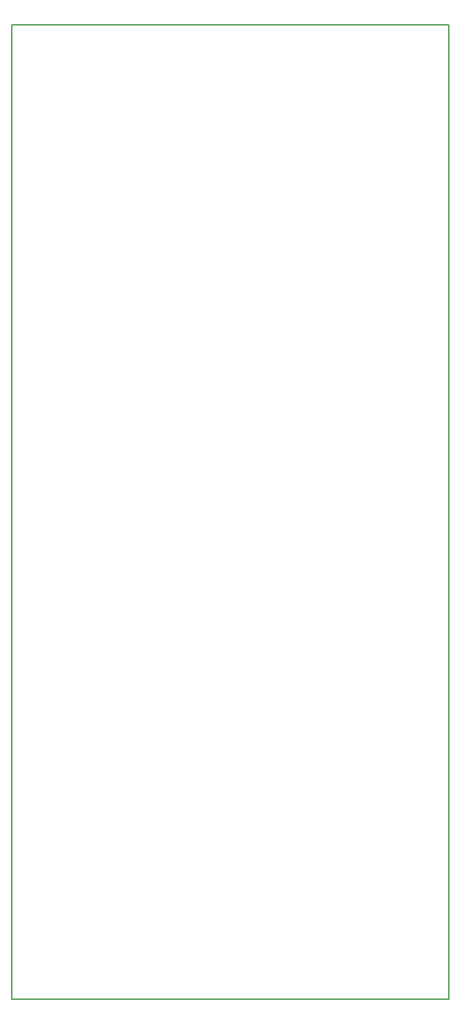
<source format=gbr>
G04 #@! TF.GenerationSoftware,KiCad,Pcbnew,(5.0.1-3-g963ef8bb5)*
G04 #@! TF.CreationDate,2019-04-20T19:45:59+01:00*
G04 #@! TF.ProjectId,flipcontrol,666C6970636F6E74726F6C2E6B696361,rev?*
G04 #@! TF.SameCoordinates,Original*
G04 #@! TF.FileFunction,Profile,NP*
%FSLAX46Y46*%
G04 Gerber Fmt 4.6, Leading zero omitted, Abs format (unit mm)*
G04 Created by KiCad (PCBNEW (5.0.1-3-g963ef8bb5)) date Saturday, 20 April 2019 at 19:45:59*
%MOMM*%
%LPD*%
G01*
G04 APERTURE LIST*
%ADD10C,0.150000*%
G04 APERTURE END LIST*
D10*
X89206000Y-177292000D02*
X89206000Y-44450000D01*
X148896000Y-177292000D02*
X89206000Y-177292000D01*
X148896000Y-44450000D02*
X148896000Y-177292000D01*
X89206000Y-44450000D02*
X148896000Y-44450000D01*
M02*

</source>
